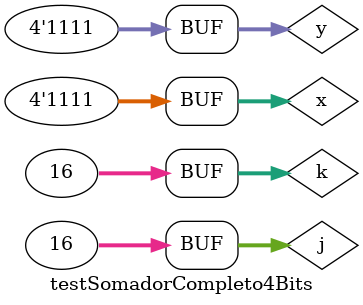
<source format=v>


module MS (Soma, Cout, x, y);

output Cout, Soma;
input x, y;

xor XOR1 (Soma, x, y);
and AND1 (Cout, x, y);

endmodule // MS

module SC (Soma1, Cout1, x1, y1, Cin);

output Cout1, Soma1;
input x1, y1, Cin;
wire t1, t2, t3;

MS MS1 (t2, t1, x1, y1);
MS MS2 (Soma1, t3, Cin, t2);
or Or1 (Cout1, t3, t1);

endmodule // SC

module SomadorCompleto4Bits (s, vout, a, b);

output vout; 
output [3:0]s;
input [3:0]a;
input [3:0]b; 
wire v0, v1, v2;

MS MS1 (s[0], v0, a[0], b[0]);
SC SC1 (s[1], v1, a[1], b[1], v0);
SC SC2 (s[2], v2, a[2], b[2], v1);
SC SC3 (s[3], vout, a[3], b[3], v2);

endmodule // SomadorCompleto4Bits

// --------------------------------
// -- test Somador Completo 4 bits
// --------------------------------

module testSomadorCompleto4Bits;

reg [3:0]x;
reg [3:0]y;
wire [3:0]s;
wire cout;
integer j, k, linha;

// instancia 
SomadorCompleto4Bits SC41 (s, cout, x, y);

// parte principal

initial begin

x = 0;
y = 0;
j = 0;

end

 initial begin
      $display("\nguia05_01 - Ludmily Caldeira da Silva - 417290\n");
      $display("Test Somador Completo 4 bits\n");
      $display("\n       a      b      Cout   Soma\n");
		
      $monitor("     %4b    %4b     %b     %4b" , x, y, cout, s);
		
		for (j = 0; j < 16; j = j + 1) begin
					
			#1 x = j; 
								
				for (k = 0; k < 16; k = k + 1) begin
		
					#1 y = k; 
					
			   end
		
	   end
				
  end
 
endmodule // testSomadorCompleto4Bits 

/* Resultados obtidos
     ----jGRASP exec: vvp guia05-01.vvp
    
    
    guia05_01 - Ludmily Caldeira da Silva - 417290
    
    Test Somador Completo 4 bits
    
    
           a      b      Cout   Soma
    
         0000    0000     0     0000
         0000    0001     0     0001
         0000    0010     0     0010
         0000    0011     0     0011
         0000    0100     0     0100
         0000    0101     0     0101
         0000    0110     0     0110
         0000    0111     0     0111
         0000    1000     0     1000
         0000    1001     0     1001
         0000    1010     0     1010
         0000    1011     0     1011
         0000    1100     0     1100
         0000    1101     0     1101
         0000    1110     0     1110
         0000    1111     0     1111
         0001    1111     1     0000
         0001    0000     0     0001
         0001    0001     0     0010
         0001    0010     0     0011
         0001    0011     0     0100
         0001    0100     0     0101
         0001    0101     0     0110
         0001    0110     0     0111
         0001    0111     0     1000
         0001    1000     0     1001
         0001    1001     0     1010
         0001    1010     0     1011
         0001    1011     0     1100
         0001    1100     0     1101
         0001    1101     0     1110
         0001    1110     0     1111
         0001    1111     1     0000
         0010    1111     1     0001
         0010    0000     0     0010
         0010    0001     0     0011
         0010    0010     0     0100
         0010    0011     0     0101
         0010    0100     0     0110
         0010    0101     0     0111
         0010    0110     0     1000
         0010    0111     0     1001
         0010    1000     0     1010
         0010    1001     0     1011
         0010    1010     0     1100
         0010    1011     0     1101
         0010    1100     0     1110
         0010    1101     0     1111
         0010    1110     1     0000
         0010    1111     1     0001
         0011    1111     1     0010
         0011    0000     0     0011
         0011    0001     0     0100
         0011    0010     0     0101
         0011    0011     0     0110
         0011    0100     0     0111
         0011    0101     0     1000
         0011    0110     0     1001
         0011    0111     0     1010
         0011    1000     0     1011
         0011    1001     0     1100
         0011    1010     0     1101
         0011    1011     0     1110
         0011    1100     0     1111
         0011    1101     1     0000
         0011    1110     1     0001
         0011    1111     1     0010
         0100    1111     1     0011
         0100    0000     0     0100
         0100    0001     0     0101
         0100    0010     0     0110
         0100    0011     0     0111
         0100    0100     0     1000
         0100    0101     0     1001
         0100    0110     0     1010
         0100    0111     0     1011
         0100    1000     0     1100
         0100    1001     0     1101
         0100    1010     0     1110
         0100    1011     0     1111
         0100    1100     1     0000
         0100    1101     1     0001
         0100    1110     1     0010
         0100    1111     1     0011
         0101    1111     1     0100
         0101    0000     0     0101
         0101    0001     0     0110
         0101    0010     0     0111
         0101    0011     0     1000
         0101    0100     0     1001
         0101    0101     0     1010
         0101    0110     0     1011
         0101    0111     0     1100
         0101    1000     0     1101
         0101    1001     0     1110
         0101    1010     0     1111
         0101    1011     1     0000
         0101    1100     1     0001
         0101    1101     1     0010
         0101    1110     1     0011
         0101    1111     1     0100
         0110    1111     1     0101
         0110    0000     0     0110
         0110    0001     0     0111
         0110    0010     0     1000
         0110    0011     0     1001
         0110    0100     0     1010
         0110    0101     0     1011
         0110    0110     0     1100
         0110    0111     0     1101
         0110    1000     0     1110
         0110    1001     0     1111
         0110    1010     1     0000
         0110    1011     1     0001
         0110    1100     1     0010
         0110    1101     1     0011
         0110    1110     1     0100
         0110    1111     1     0101
         0111    1111     1     0110
         0111    0000     0     0111
         0111    0001     0     1000
         0111    0010     0     1001
         0111    0011     0     1010
         0111    0100     0     1011
         0111    0101     0     1100
         0111    0110     0     1101
         0111    0111     0     1110
         0111    1000     0     1111
         0111    1001     1     0000
         0111    1010     1     0001
         0111    1011     1     0010
         0111    1100     1     0011
         0111    1101     1     0100
         0111    1110     1     0101
         0111    1111     1     0110
         1000    1111     1     0111
         1000    0000     0     1000
         1000    0001     0     1001
         1000    0010     0     1010
         1000    0011     0     1011
         1000    0100     0     1100
         1000    0101     0     1101
         1000    0110     0     1110
         1000    0111     0     1111
         1000    1000     1     0000
         1000    1001     1     0001
         1000    1010     1     0010
         1000    1011     1     0011
         1000    1100     1     0100
         1000    1101     1     0101
         1000    1110     1     0110
         1000    1111     1     0111
         1001    1111     1     1000
         1001    0000     0     1001
         1001    0001     0     1010
         1001    0010     0     1011
         1001    0011     0     1100
         1001    0100     0     1101
         1001    0101     0     1110
         1001    0110     0     1111
         1001    0111     1     0000
         1001    1000     1     0001
         1001    1001     1     0010
         1001    1010     1     0011
         1001    1011     1     0100
         1001    1100     1     0101
         1001    1101     1     0110
         1001    1110     1     0111
         1001    1111     1     1000
         1010    1111     1     1001
         1010    0000     0     1010
         1010    0001     0     1011
         1010    0010     0     1100
         1010    0011     0     1101
         1010    0100     0     1110
         1010    0101     0     1111
         1010    0110     1     0000
         1010    0111     1     0001
         1010    1000     1     0010
         1010    1001     1     0011
         1010    1010     1     0100
         1010    1011     1     0101
         1010    1100     1     0110
         1010    1101     1     0111
         1010    1110     1     1000
         1010    1111     1     1001
         1011    1111     1     1010
         1011    0000     0     1011
         1011    0001     0     1100
         1011    0010     0     1101
         1011    0011     0     1110
         1011    0100     0     1111
         1011    0101     1     0000
         1011    0110     1     0001
         1011    0111     1     0010
         1011    1000     1     0011
         1011    1001     1     0100
         1011    1010     1     0101
         1011    1011     1     0110
         1011    1100     1     0111
         1011    1101     1     1000
         1011    1110     1     1001
         1011    1111     1     1010
         1100    1111     1     1011
         1100    0000     0     1100
         1100    0001     0     1101
         1100    0010     0     1110
         1100    0011     0     1111
         1100    0100     1     0000
         1100    0101     1     0001
         1100    0110     1     0010
         1100    0111     1     0011
         1100    1000     1     0100
         1100    1001     1     0101
         1100    1010     1     0110
         1100    1011     1     0111
         1100    1100     1     1000
         1100    1101     1     1001
         1100    1110     1     1010
         1100    1111     1     1011
         1101    1111     1     1100
         1101    0000     0     1101
         1101    0001     0     1110
         1101    0010     0     1111
         1101    0011     1     0000
         1101    0100     1     0001
         1101    0101     1     0010
         1101    0110     1     0011
         1101    0111     1     0100
         1101    1000     1     0101
         1101    1001     1     0110
         1101    1010     1     0111
         1101    1011     1     1000
         1101    1100     1     1001
         1101    1101     1     1010
         1101    1110     1     1011
         1101    1111     1     1100
         1110    1111     1     1101
         1110    0000     0     1110
         1110    0001     0     1111
         1110    0010     1     0000
         1110    0011     1     0001
         1110    0100     1     0010
         1110    0101     1     0011
         1110    0110     1     0100
         1110    0111     1     0101
         1110    1000     1     0110
         1110    1001     1     0111
         1110    1010     1     1000
         1110    1011     1     1001
         1110    1100     1     1010
         1110    1101     1     1011
         1110    1110     1     1100
         1110    1111     1     1101
         1111    1111     1     1110
         1111    0000     0     1111
         1111    0001     1     0000
         1111    0010     1     0001
         1111    0011     1     0010
         1111    0100     1     0011
         1111    0101     1     0100
         1111    0110     1     0101
         1111    0111     1     0110
         1111    1000     1     0111
         1111    1001     1     1000
         1111    1010     1     1001
         1111    1011     1     1010
         1111    1100     1     1011
         1111    1101     1     1100
         1111    1110     1     1101
         1111    1111     1     1110
    
     ----jGRASP: operation complete.
     
	  */
</source>
